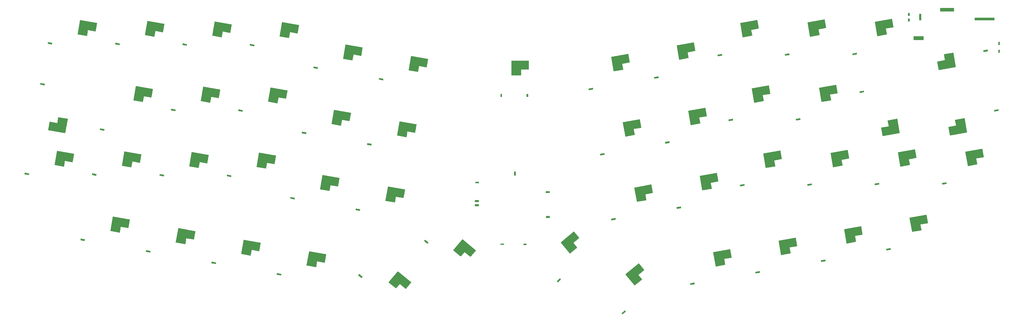
<source format=gbr>
G04 #@! TF.GenerationSoftware,KiCad,Pcbnew,(6.0.0-rc1-dev-1469-g932b9a334)*
G04 #@! TF.CreationDate,2019-09-07T17:34:56-07:00
G04 #@! TF.ProjectId,Laptreus-v2,4c617074-7265-4757-932d-76322e6b6963,rev?*
G04 #@! TF.SameCoordinates,Original*
G04 #@! TF.FileFunction,Glue,Top*
G04 #@! TF.FilePolarity,Positive*
%FSLAX46Y46*%
G04 Gerber Fmt 4.6, Leading zero omitted, Abs format (unit mm)*
G04 Created by KiCad (PCBNEW (6.0.0-rc1-dev-1469-g932b9a334)) date Saturday, September 07, 2019 at 05:34:56 PM*
%MOMM*%
%LPD*%
G04 APERTURE LIST*
%ADD10C,0.100000*%
%ADD11C,0.150000*%
G04 APERTURE END LIST*
D10*
G04 #@! TO.C,R13*
G36*
X229224170Y-96495103D02*
G01*
X229624170Y-96495103D01*
X229624170Y-97295103D01*
X229224170Y-97295103D01*
X229224170Y-96495103D01*
G37*
X229224170Y-96495103D02*
X229624170Y-96495103D01*
X229624170Y-97295103D01*
X229224170Y-97295103D01*
X229224170Y-96495103D01*
G04 #@! TO.C,R12*
G36*
X372374170Y-84620103D02*
G01*
X371974170Y-84620103D01*
X371974170Y-83820103D01*
X372374170Y-83820103D01*
X372374170Y-84620103D01*
G37*
X372374170Y-84620103D02*
X371974170Y-84620103D01*
X371974170Y-83820103D01*
X372374170Y-83820103D01*
X372374170Y-84620103D01*
G04 #@! TO.C,R11*
G36*
X371974170Y-81570103D02*
G01*
X372374170Y-81570103D01*
X372374170Y-82370103D01*
X371974170Y-82370103D01*
X371974170Y-81570103D01*
G37*
X371974170Y-81570103D02*
X372374170Y-81570103D01*
X372374170Y-82370103D01*
X371974170Y-82370103D01*
X371974170Y-81570103D01*
G04 #@! TO.C,R10*
G36*
X235849170Y-139920103D02*
G01*
X235849170Y-139520103D01*
X236649170Y-139520103D01*
X236649170Y-139920103D01*
X235849170Y-139920103D01*
G37*
X235849170Y-139920103D02*
X235849170Y-139520103D01*
X236649170Y-139520103D01*
X236649170Y-139920103D01*
X235849170Y-139920103D01*
G04 #@! TO.C,R9*
G36*
X346499170Y-75645103D02*
G01*
X346099170Y-75645103D01*
X346099170Y-74845103D01*
X346499170Y-74845103D01*
X346499170Y-75645103D01*
G37*
X346499170Y-75645103D02*
X346099170Y-75645103D01*
X346099170Y-74845103D01*
X346499170Y-74845103D01*
X346499170Y-75645103D01*
G04 #@! TO.C,R8*
G36*
X346099170Y-73245103D02*
G01*
X346499170Y-73245103D01*
X346499170Y-74045103D01*
X346099170Y-74045103D01*
X346099170Y-73245103D01*
G37*
X346099170Y-73245103D02*
X346499170Y-73245103D01*
X346499170Y-74045103D01*
X346099170Y-74045103D01*
X346099170Y-73245103D01*
G04 #@! TO.C,R1*
G36*
X236699660Y-96494781D02*
G01*
X237099660Y-96494781D01*
X237099660Y-97294781D01*
X236699660Y-97294781D01*
X236699660Y-96494781D01*
G37*
X236699660Y-96494781D02*
X237099660Y-96494781D01*
X237099660Y-97294781D01*
X236699660Y-97294781D01*
X236699660Y-96494781D01*
G04 #@! TO.C,D1*
G36*
X368863719Y-83780997D02*
G01*
X368933178Y-84174920D01*
X367751409Y-84383297D01*
X367681950Y-83989374D01*
X368863719Y-83780997D01*
G37*
X368863719Y-83780997D02*
X368933178Y-84174920D01*
X367751409Y-84383297D01*
X367681950Y-83989374D01*
X368863719Y-83780997D01*
G04 #@! TO.C,D48*
G36*
X110075275Y-138302008D02*
G01*
X110005816Y-138695931D01*
X108824047Y-138487554D01*
X108893506Y-138093631D01*
X110075275Y-138302008D01*
G37*
X110075275Y-138302008D02*
X110005816Y-138695931D01*
X108824047Y-138487554D01*
X108893506Y-138093631D01*
X110075275Y-138302008D01*
G04 #@! TO.C,D47*
G36*
X128825274Y-141627008D02*
G01*
X128755815Y-142020931D01*
X127574046Y-141812554D01*
X127643505Y-141418631D01*
X128825274Y-141627008D01*
G37*
X128825274Y-141627008D02*
X128755815Y-142020931D01*
X127574046Y-141812554D01*
X127643505Y-141418631D01*
X128825274Y-141627008D01*
G04 #@! TO.C,D46*
G36*
X147600275Y-144927008D02*
G01*
X147530816Y-145320931D01*
X146349047Y-145112554D01*
X146418506Y-144718631D01*
X147600275Y-144927008D01*
G37*
X147600275Y-144927008D02*
X147530816Y-145320931D01*
X146349047Y-145112554D01*
X146418506Y-144718631D01*
X147600275Y-144927008D01*
G04 #@! TO.C,D45*
G36*
X166350274Y-148227008D02*
G01*
X166280815Y-148620931D01*
X165099046Y-148412554D01*
X165168505Y-148018631D01*
X166350274Y-148227008D01*
G37*
X166350274Y-148227008D02*
X166280815Y-148620931D01*
X165099046Y-148412554D01*
X165168505Y-148018631D01*
X166350274Y-148227008D01*
G04 #@! TO.C,D44*
G36*
X189637354Y-149052567D02*
G01*
X189380239Y-149358984D01*
X188460986Y-148587639D01*
X188718101Y-148281222D01*
X189637354Y-149052567D01*
G37*
X189637354Y-149052567D02*
X189380239Y-149358984D01*
X188460986Y-148587639D01*
X188718101Y-148281222D01*
X189637354Y-149052567D01*
G04 #@! TO.C,D43*
G36*
X208527143Y-139227680D02*
G01*
X208256907Y-139522591D01*
X207372175Y-138711882D01*
X207642411Y-138416971D01*
X208527143Y-139227680D01*
G37*
X208527143Y-139227680D02*
X208256907Y-139522591D01*
X207372175Y-138711882D01*
X207642411Y-138416971D01*
X208527143Y-139227680D01*
G04 #@! TO.C,D42*
G36*
X246281418Y-149517293D02*
G01*
X246551654Y-149812204D01*
X245666922Y-150622913D01*
X245396686Y-150328002D01*
X246281418Y-149517293D01*
G37*
X246281418Y-149517293D02*
X246551654Y-149812204D01*
X245666922Y-150622913D01*
X245396686Y-150328002D01*
X246281418Y-149517293D01*
G04 #@! TO.C,D41*
G36*
X264880239Y-158731222D02*
G01*
X265137354Y-159037639D01*
X264218101Y-159808984D01*
X263960986Y-159502567D01*
X264880239Y-158731222D01*
G37*
X264880239Y-158731222D02*
X265137354Y-159037639D01*
X264218101Y-159808984D01*
X263960986Y-159502567D01*
X264880239Y-158731222D01*
G04 #@! TO.C,D40*
G36*
X284780816Y-150743631D02*
G01*
X284850275Y-151137554D01*
X283668506Y-151345931D01*
X283599047Y-150952008D01*
X284780816Y-150743631D01*
G37*
X284780816Y-150743631D02*
X284850275Y-151137554D01*
X283668506Y-151345931D01*
X283599047Y-150952008D01*
X284780816Y-150743631D01*
G04 #@! TO.C,D39*
G36*
X303530815Y-147443631D02*
G01*
X303600274Y-147837554D01*
X302418505Y-148045931D01*
X302349046Y-147652008D01*
X303530815Y-147443631D01*
G37*
X303530815Y-147443631D02*
X303600274Y-147837554D01*
X302418505Y-148045931D01*
X302349046Y-147652008D01*
X303530815Y-147443631D01*
G04 #@! TO.C,D38*
G36*
X322312708Y-144139901D02*
G01*
X322382167Y-144533824D01*
X321200398Y-144742201D01*
X321130939Y-144348278D01*
X322312708Y-144139901D01*
G37*
X322312708Y-144139901D02*
X322382167Y-144533824D01*
X321200398Y-144742201D01*
X321130939Y-144348278D01*
X322312708Y-144139901D01*
G04 #@! TO.C,D37*
G36*
X341055815Y-140843631D02*
G01*
X341125274Y-141237554D01*
X339943505Y-141445931D01*
X339874046Y-141052008D01*
X341055815Y-140843631D01*
G37*
X341055815Y-140843631D02*
X341125274Y-141237554D01*
X339943505Y-141445931D01*
X339874046Y-141052008D01*
X341055815Y-140843631D01*
G04 #@! TO.C,D36*
G36*
X94043721Y-119371446D02*
G01*
X93974262Y-119765369D01*
X92792493Y-119556992D01*
X92861952Y-119163069D01*
X94043721Y-119371446D01*
G37*
X94043721Y-119371446D02*
X93974262Y-119765369D01*
X92792493Y-119556992D01*
X92861952Y-119163069D01*
X94043721Y-119371446D01*
G04 #@! TO.C,D35*
G36*
X113375273Y-119552008D02*
G01*
X113305814Y-119945931D01*
X112124045Y-119737554D01*
X112193504Y-119343631D01*
X113375273Y-119552008D01*
G37*
X113375273Y-119552008D02*
X113305814Y-119945931D01*
X112124045Y-119737554D01*
X112193504Y-119343631D01*
X113375273Y-119552008D01*
G04 #@! TO.C,D34*
G36*
X132700274Y-119727008D02*
G01*
X132630815Y-120120931D01*
X131449046Y-119912554D01*
X131518505Y-119518631D01*
X132700274Y-119727008D01*
G37*
X132700274Y-119727008D02*
X132630815Y-120120931D01*
X131449046Y-119912554D01*
X131518505Y-119518631D01*
X132700274Y-119727008D01*
G04 #@! TO.C,D33*
G36*
X152000274Y-119902008D02*
G01*
X151930815Y-120295931D01*
X150749046Y-120087554D01*
X150818505Y-119693631D01*
X152000274Y-119902008D01*
G37*
X152000274Y-119902008D02*
X151930815Y-120295931D01*
X150749046Y-120087554D01*
X150818505Y-119693631D01*
X152000274Y-119902008D01*
G04 #@! TO.C,D32*
G36*
X170200273Y-126352009D02*
G01*
X170130814Y-126745932D01*
X168949045Y-126537555D01*
X169018504Y-126143632D01*
X170200273Y-126352009D01*
G37*
X170200273Y-126352009D02*
X170130814Y-126745932D01*
X168949045Y-126537555D01*
X169018504Y-126143632D01*
X170200273Y-126352009D01*
G04 #@! TO.C,D31*
G36*
X188975275Y-129652008D02*
G01*
X188905816Y-130045931D01*
X187724047Y-129837554D01*
X187793506Y-129443631D01*
X188975275Y-129652008D01*
G37*
X188975275Y-129652008D02*
X188905816Y-130045931D01*
X187724047Y-129837554D01*
X187793506Y-129443631D01*
X188975275Y-129652008D01*
G04 #@! TO.C,D30*
G36*
X262155815Y-132168632D02*
G01*
X262225274Y-132562555D01*
X261043505Y-132770932D01*
X260974046Y-132377009D01*
X262155815Y-132168632D01*
G37*
X262155815Y-132168632D02*
X262225274Y-132562555D01*
X261043505Y-132770932D01*
X260974046Y-132377009D01*
X262155815Y-132168632D01*
G04 #@! TO.C,D29*
G36*
X280905815Y-128868632D02*
G01*
X280975274Y-129262555D01*
X279793505Y-129470932D01*
X279724046Y-129077009D01*
X280905815Y-128868632D01*
G37*
X280905815Y-128868632D02*
X280975274Y-129262555D01*
X279793505Y-129470932D01*
X279724046Y-129077009D01*
X280905815Y-128868632D01*
G04 #@! TO.C,D28*
G36*
X299130815Y-122418631D02*
G01*
X299200274Y-122812554D01*
X298018505Y-123020931D01*
X297949046Y-122627008D01*
X299130815Y-122418631D01*
G37*
X299130815Y-122418631D02*
X299200274Y-122812554D01*
X298018505Y-123020931D01*
X297949046Y-122627008D01*
X299130815Y-122418631D01*
G04 #@! TO.C,D27*
G36*
X318430815Y-122243631D02*
G01*
X318500274Y-122637554D01*
X317318505Y-122845931D01*
X317249046Y-122452008D01*
X318430815Y-122243631D01*
G37*
X318430815Y-122243631D02*
X318500274Y-122637554D01*
X317318505Y-122845931D01*
X317249046Y-122452008D01*
X318430815Y-122243631D01*
G04 #@! TO.C,D26*
G36*
X337755815Y-122068632D02*
G01*
X337825274Y-122462555D01*
X336643505Y-122670932D01*
X336574046Y-122277009D01*
X337755815Y-122068632D01*
G37*
X337755815Y-122068632D02*
X337825274Y-122462555D01*
X336643505Y-122670932D01*
X336574046Y-122277009D01*
X337755815Y-122068632D01*
G04 #@! TO.C,D25*
G36*
X357055815Y-121893631D02*
G01*
X357125274Y-122287554D01*
X355943505Y-122495931D01*
X355874046Y-122102008D01*
X357055815Y-121893631D01*
G37*
X357055815Y-121893631D02*
X357125274Y-122287554D01*
X355943505Y-122495931D01*
X355874046Y-122102008D01*
X357055815Y-121893631D01*
G04 #@! TO.C,D24*
G36*
X98555307Y-93576406D02*
G01*
X98485848Y-93970329D01*
X97304079Y-93761952D01*
X97373538Y-93368029D01*
X98555307Y-93576406D01*
G37*
X98555307Y-93576406D02*
X98485848Y-93970329D01*
X97304079Y-93761952D01*
X97373538Y-93368029D01*
X98555307Y-93576406D01*
G04 #@! TO.C,D23*
G36*
X115601119Y-106609379D02*
G01*
X115531660Y-107003302D01*
X114349891Y-106794925D01*
X114419350Y-106401002D01*
X115601119Y-106609379D01*
G37*
X115601119Y-106609379D02*
X115531660Y-107003302D01*
X114349891Y-106794925D01*
X114419350Y-106401002D01*
X115601119Y-106609379D01*
G04 #@! TO.C,D22*
G36*
X136000274Y-100977008D02*
G01*
X135930815Y-101370931D01*
X134749046Y-101162554D01*
X134818505Y-100768631D01*
X136000274Y-100977008D01*
G37*
X136000274Y-100977008D02*
X135930815Y-101370931D01*
X134749046Y-101162554D01*
X134818505Y-100768631D01*
X136000274Y-100977008D01*
G04 #@! TO.C,D21*
G36*
X155300274Y-101152009D02*
G01*
X155230815Y-101545932D01*
X154049046Y-101337555D01*
X154118505Y-100943632D01*
X155300274Y-101152009D01*
G37*
X155300274Y-101152009D02*
X155230815Y-101545932D01*
X154049046Y-101337555D01*
X154118505Y-100943632D01*
X155300274Y-101152009D01*
G04 #@! TO.C,D20*
G36*
X173525274Y-107577008D02*
G01*
X173455815Y-107970931D01*
X172274046Y-107762554D01*
X172343505Y-107368631D01*
X173525274Y-107577008D01*
G37*
X173525274Y-107577008D02*
X173455815Y-107970931D01*
X172274046Y-107762554D01*
X172343505Y-107368631D01*
X173525274Y-107577008D01*
G04 #@! TO.C,D19*
G36*
X192275275Y-110877008D02*
G01*
X192205816Y-111270931D01*
X191024047Y-111062554D01*
X191093506Y-110668631D01*
X192275275Y-110877008D01*
G37*
X192275275Y-110877008D02*
X192205816Y-111270931D01*
X191024047Y-111062554D01*
X191093506Y-110668631D01*
X192275275Y-110877008D01*
G04 #@! TO.C,D18*
G36*
X258980325Y-113518953D02*
G01*
X259049784Y-113912876D01*
X257868015Y-114121253D01*
X257798556Y-113727330D01*
X258980325Y-113518953D01*
G37*
X258980325Y-113518953D02*
X259049784Y-113912876D01*
X257868015Y-114121253D01*
X257798556Y-113727330D01*
X258980325Y-113518953D01*
G04 #@! TO.C,D17*
G36*
X277605815Y-110118632D02*
G01*
X277675274Y-110512555D01*
X276493505Y-110720932D01*
X276424046Y-110327009D01*
X277605815Y-110118632D01*
G37*
X277605815Y-110118632D02*
X277675274Y-110512555D01*
X276493505Y-110720932D01*
X276424046Y-110327009D01*
X277605815Y-110118632D01*
G04 #@! TO.C,D16*
G36*
X295830815Y-103668632D02*
G01*
X295900274Y-104062555D01*
X294718505Y-104270932D01*
X294649046Y-103877009D01*
X295830815Y-103668632D01*
G37*
X295830815Y-103668632D02*
X295900274Y-104062555D01*
X294718505Y-104270932D01*
X294649046Y-103877009D01*
X295830815Y-103668632D01*
G04 #@! TO.C,D15*
G36*
X315130816Y-103489900D02*
G01*
X315200275Y-103883823D01*
X314018506Y-104092200D01*
X313949047Y-103698277D01*
X315130816Y-103489900D01*
G37*
X315130816Y-103489900D02*
X315200275Y-103883823D01*
X314018506Y-104092200D01*
X313949047Y-103698277D01*
X315130816Y-103489900D01*
G04 #@! TO.C,D14*
G36*
X333372214Y-95573182D02*
G01*
X333441673Y-95967105D01*
X332259904Y-96175482D01*
X332190445Y-95781559D01*
X333372214Y-95573182D01*
G37*
X333372214Y-95573182D02*
X333441673Y-95967105D01*
X332259904Y-96175482D01*
X332190445Y-95781559D01*
X333372214Y-95573182D01*
G04 #@! TO.C,D13*
G36*
X371973922Y-100897362D02*
G01*
X372043381Y-101291285D01*
X370861612Y-101499662D01*
X370792153Y-101105739D01*
X371973922Y-100897362D01*
G37*
X371973922Y-100897362D02*
X372043381Y-101291285D01*
X370861612Y-101499662D01*
X370792153Y-101105739D01*
X371973922Y-100897362D01*
G04 #@! TO.C,D12*
G36*
X100674784Y-81827330D02*
G01*
X100605325Y-82221253D01*
X99423556Y-82012876D01*
X99493015Y-81618953D01*
X100674784Y-81827330D01*
G37*
X100674784Y-81827330D02*
X100605325Y-82221253D01*
X99423556Y-82012876D01*
X99493015Y-81618953D01*
X100674784Y-81827330D01*
G04 #@! TO.C,D11*
G36*
X120000274Y-82027009D02*
G01*
X119930815Y-82420932D01*
X118749046Y-82212555D01*
X118818505Y-81818632D01*
X120000274Y-82027009D01*
G37*
X120000274Y-82027009D02*
X119930815Y-82420932D01*
X118749046Y-82212555D01*
X118818505Y-81818632D01*
X120000274Y-82027009D01*
G04 #@! TO.C,D10*
G36*
X139300274Y-82202008D02*
G01*
X139230815Y-82595931D01*
X138049046Y-82387554D01*
X138118505Y-81993631D01*
X139300274Y-82202008D01*
G37*
X139300274Y-82202008D02*
X139230815Y-82595931D01*
X138049046Y-82387554D01*
X138118505Y-81993631D01*
X139300274Y-82202008D01*
G04 #@! TO.C,D9*
G36*
X158625275Y-82377008D02*
G01*
X158555816Y-82770931D01*
X157374047Y-82562554D01*
X157443506Y-82168631D01*
X158625275Y-82377008D01*
G37*
X158625275Y-82377008D02*
X158555816Y-82770931D01*
X157374047Y-82562554D01*
X157443506Y-82168631D01*
X158625275Y-82377008D01*
G04 #@! TO.C,D8*
G36*
X176825275Y-88827008D02*
G01*
X176755816Y-89220931D01*
X175574047Y-89012554D01*
X175643506Y-88618631D01*
X176825275Y-88827008D01*
G37*
X176825275Y-88827008D02*
X176755816Y-89220931D01*
X175574047Y-89012554D01*
X175643506Y-88618631D01*
X176825275Y-88827008D01*
G04 #@! TO.C,D7*
G36*
X195600274Y-92127008D02*
G01*
X195530815Y-92520931D01*
X194349046Y-92312554D01*
X194418505Y-91918631D01*
X195600274Y-92127008D01*
G37*
X195600274Y-92127008D02*
X195530815Y-92520931D01*
X194349046Y-92312554D01*
X194418505Y-91918631D01*
X195600274Y-92127008D01*
G04 #@! TO.C,D6*
G36*
X255655325Y-94768953D02*
G01*
X255724784Y-95162876D01*
X254543015Y-95371253D01*
X254473556Y-94977330D01*
X255655325Y-94768953D01*
G37*
X255655325Y-94768953D02*
X255724784Y-95162876D01*
X254543015Y-95371253D01*
X254473556Y-94977330D01*
X255655325Y-94768953D01*
G04 #@! TO.C,D5*
G36*
X274455325Y-91468953D02*
G01*
X274524784Y-91862876D01*
X273343015Y-92071253D01*
X273273556Y-91677330D01*
X274455325Y-91468953D01*
G37*
X274455325Y-91468953D02*
X274524784Y-91862876D01*
X273343015Y-92071253D01*
X273273556Y-91677330D01*
X274455325Y-91468953D01*
G04 #@! TO.C,D4*
G36*
X292655325Y-85043953D02*
G01*
X292724784Y-85437876D01*
X291543015Y-85646253D01*
X291473556Y-85252330D01*
X292655325Y-85043953D01*
G37*
X292655325Y-85043953D02*
X292724784Y-85437876D01*
X291543015Y-85646253D01*
X291473556Y-85252330D01*
X292655325Y-85043953D01*
G04 #@! TO.C,D3*
G36*
X311980325Y-84868953D02*
G01*
X312049784Y-85262876D01*
X310868015Y-85471253D01*
X310798556Y-85077330D01*
X311980325Y-84868953D01*
G37*
X311980325Y-84868953D02*
X312049784Y-85262876D01*
X310868015Y-85471253D01*
X310798556Y-85077330D01*
X311980325Y-84868953D01*
G04 #@! TO.C,D2*
G36*
X331330325Y-84693953D02*
G01*
X331399784Y-85087876D01*
X330218015Y-85296253D01*
X330148556Y-84902330D01*
X331330325Y-84693953D01*
G37*
X331330325Y-84693953D02*
X331399784Y-85087876D01*
X330218015Y-85296253D01*
X330148556Y-84902330D01*
X331330325Y-84693953D01*
G04 #@! TO.C,U6*
G36*
X349799170Y-73495103D02*
G01*
X349799170Y-75295103D01*
X349299170Y-75295103D01*
X349299170Y-73495103D01*
X349799170Y-73495103D01*
G37*
X349799170Y-73495103D02*
X349799170Y-75295103D01*
X349299170Y-75295103D01*
X349299170Y-73495103D01*
X349799170Y-73495103D01*
G04 #@! TO.C,SW2*
G36*
X336607186Y-75789820D02*
G01*
X341432744Y-74938944D01*
X341849500Y-77302483D01*
X339682923Y-77684509D01*
X339978124Y-79358682D01*
X337319143Y-79827532D01*
X336607186Y-75789820D01*
G37*
X336607186Y-75789820D02*
X341432744Y-74938944D01*
X341849500Y-77302483D01*
X339682923Y-77684509D01*
X339978124Y-79358682D01*
X337319143Y-79827532D01*
X336607186Y-75789820D01*
G04 #@! TO.C,SW8*
G36*
X184846828Y-82301367D02*
G01*
X189672386Y-83152243D01*
X189255631Y-85515781D01*
X187089053Y-85133755D01*
X186793852Y-86807928D01*
X184134871Y-86339078D01*
X184846828Y-82301367D01*
G37*
X184846828Y-82301367D02*
X189672386Y-83152243D01*
X189255631Y-85515781D01*
X187089053Y-85133755D01*
X186793852Y-86807928D01*
X184134871Y-86339078D01*
X184846828Y-82301367D01*
G04 #@! TO.C,SW3*
G36*
X317295265Y-75971055D02*
G01*
X322120823Y-75120179D01*
X322537579Y-77483718D01*
X320371002Y-77865744D01*
X320666203Y-79539917D01*
X318007222Y-80008767D01*
X317295265Y-75971055D01*
G37*
X317295265Y-75971055D02*
X322120823Y-75120179D01*
X322537579Y-77483718D01*
X320371002Y-77865744D01*
X320666203Y-79539917D01*
X318007222Y-80008767D01*
X317295265Y-75971055D01*
G04 #@! TO.C,SW20*
G36*
X181538832Y-101061953D02*
G01*
X186364390Y-101912829D01*
X185947635Y-104276367D01*
X183781057Y-103894341D01*
X183485856Y-105568514D01*
X180826875Y-105099664D01*
X181538832Y-101061953D01*
G37*
X181538832Y-101061953D02*
X186364390Y-101912829D01*
X185947635Y-104276367D01*
X183781057Y-103894341D01*
X183485856Y-105568514D01*
X180826875Y-105099664D01*
X181538832Y-101061953D01*
G04 #@! TO.C,SW31*
G36*
X196991421Y-123130540D02*
G01*
X201816979Y-123981416D01*
X201400224Y-126344954D01*
X199233646Y-125962928D01*
X198938445Y-127637101D01*
X196279464Y-127168251D01*
X196991421Y-123130540D01*
G37*
X196991421Y-123130540D02*
X201816979Y-123981416D01*
X201400224Y-126344954D01*
X199233646Y-125962928D01*
X198938445Y-127637101D01*
X196279464Y-127168251D01*
X196991421Y-123130540D01*
G04 #@! TO.C,SW32*
G36*
X178230835Y-119822544D02*
G01*
X183056393Y-120673420D01*
X182639638Y-123036958D01*
X180473060Y-122654932D01*
X180177859Y-124329105D01*
X177518878Y-123860255D01*
X178230835Y-119822544D01*
G37*
X178230835Y-119822544D02*
X183056393Y-120673420D01*
X182639638Y-123036958D01*
X180473060Y-122654932D01*
X180177859Y-124329105D01*
X177518878Y-123860255D01*
X178230835Y-119822544D01*
G04 #@! TO.C,SW34*
G36*
X140709658Y-113206548D02*
G01*
X145535216Y-114057424D01*
X145118461Y-116420962D01*
X142951883Y-116038936D01*
X142656682Y-117713109D01*
X139997701Y-117244259D01*
X140709658Y-113206548D01*
G37*
X140709658Y-113206548D02*
X145535216Y-114057424D01*
X145118461Y-116420962D01*
X142951883Y-116038936D01*
X142656682Y-117713109D01*
X139997701Y-117244259D01*
X140709658Y-113206548D01*
G04 #@! TO.C,SW42*
G36*
X246496444Y-139199506D02*
G01*
X250250062Y-136049847D01*
X251792752Y-137888353D01*
X250107454Y-139302486D01*
X251200193Y-140604762D01*
X249131873Y-142340288D01*
X246496444Y-139199506D01*
G37*
X246496444Y-139199506D02*
X250250062Y-136049847D01*
X251792752Y-137888353D01*
X250107454Y-139302486D01*
X251200193Y-140604762D01*
X249131873Y-142340288D01*
X246496444Y-139199506D01*
G04 #@! TO.C,SW47*
G36*
X136850327Y-135093900D02*
G01*
X141675885Y-135944776D01*
X141259130Y-138308314D01*
X139092552Y-137926288D01*
X138797351Y-139600461D01*
X136138370Y-139131611D01*
X136850327Y-135093900D01*
G37*
X136850327Y-135093900D02*
X141675885Y-135944776D01*
X141259130Y-138308314D01*
X139092552Y-137926288D01*
X138797351Y-139600461D01*
X136138370Y-139131611D01*
X136850327Y-135093900D01*
G04 #@! TO.C,SW6*
G36*
X261013501Y-85895047D02*
G01*
X265839059Y-85044171D01*
X266255815Y-87407710D01*
X264089238Y-87789736D01*
X264384439Y-89463909D01*
X261725458Y-89932759D01*
X261013501Y-85895047D01*
G37*
X261013501Y-85895047D02*
X265839059Y-85044171D01*
X266255815Y-87407710D01*
X264089238Y-87789736D01*
X264384439Y-89463909D01*
X261725458Y-89932759D01*
X261013501Y-85895047D01*
G04 #@! TO.C,SW9*
G36*
X166637573Y-75866605D02*
G01*
X171463131Y-76717481D01*
X171046376Y-79081019D01*
X168879798Y-78698993D01*
X168584597Y-80373166D01*
X165925616Y-79904316D01*
X166637573Y-75866605D01*
G37*
X166637573Y-75866605D02*
X171463131Y-76717481D01*
X171046376Y-79081019D01*
X168879798Y-78698993D01*
X168584597Y-80373166D01*
X165925616Y-79904316D01*
X166637573Y-75866605D01*
G04 #@! TO.C,SW7*
G36*
X203607417Y-85609365D02*
G01*
X208432975Y-86460241D01*
X208016220Y-88823779D01*
X205849642Y-88441753D01*
X205554441Y-90115926D01*
X202895460Y-89647076D01*
X203607417Y-85609365D01*
G37*
X203607417Y-85609365D02*
X208432975Y-86460241D01*
X208016220Y-88823779D01*
X205849642Y-88441753D01*
X205554441Y-90115926D01*
X202895460Y-89647076D01*
X203607417Y-85609365D01*
G04 #@! TO.C,SW19*
G36*
X200299419Y-104369953D02*
G01*
X205124977Y-105220829D01*
X204708222Y-107584367D01*
X202541644Y-107202341D01*
X202246443Y-108876514D01*
X199587462Y-108407664D01*
X200299419Y-104369953D01*
G37*
X200299419Y-104369953D02*
X205124977Y-105220829D01*
X204708222Y-107584367D01*
X202541644Y-107202341D01*
X202246443Y-108876514D01*
X199587462Y-108407664D01*
X200299419Y-104369953D01*
G04 #@! TO.C,SW12*
G36*
X108691087Y-75276808D02*
G01*
X113516645Y-76127684D01*
X113099890Y-78491222D01*
X110933312Y-78109196D01*
X110638111Y-79783369D01*
X107979130Y-79314519D01*
X108691087Y-75276808D01*
G37*
X108691087Y-75276808D02*
X113516645Y-76127684D01*
X113099890Y-78491222D01*
X110933312Y-78109196D01*
X110638111Y-79783369D01*
X107979130Y-79314519D01*
X108691087Y-75276808D01*
G04 #@! TO.C,SW5*
G36*
X279774090Y-82587048D02*
G01*
X284599648Y-81736172D01*
X285016404Y-84099711D01*
X282849827Y-84481737D01*
X283145028Y-86155910D01*
X280486047Y-86624760D01*
X279774090Y-82587048D01*
G37*
X279774090Y-82587048D02*
X284599648Y-81736172D01*
X285016404Y-84099711D01*
X282849827Y-84481737D01*
X283145028Y-86155910D01*
X280486047Y-86624760D01*
X279774090Y-82587048D01*
G04 #@! TO.C,SW10*
G36*
X147325654Y-75685371D02*
G01*
X152151212Y-76536247D01*
X151734457Y-78899785D01*
X149567879Y-78517759D01*
X149272678Y-80191932D01*
X146613697Y-79723082D01*
X147325654Y-75685371D01*
G37*
X147325654Y-75685371D02*
X152151212Y-76536247D01*
X151734457Y-78899785D01*
X149567879Y-78517759D01*
X149272678Y-80191932D01*
X146613697Y-79723082D01*
X147325654Y-75685371D01*
G04 #@! TO.C,SW13*
G36*
X362967450Y-107519453D02*
G01*
X358141892Y-108370329D01*
X357725136Y-106006790D01*
X359891713Y-105624764D01*
X359596512Y-103950591D01*
X362255493Y-103481741D01*
X362967450Y-107519453D01*
G37*
X362967450Y-107519453D02*
X358141892Y-108370329D01*
X357725136Y-106006790D01*
X359891713Y-105624764D01*
X359596512Y-103950591D01*
X362255493Y-103481741D01*
X362967450Y-107519453D01*
G04 #@! TO.C,SW16*
G36*
X301291342Y-94912874D02*
G01*
X306116900Y-94061998D01*
X306533656Y-96425537D01*
X304367079Y-96807563D01*
X304662280Y-98481736D01*
X302003299Y-98950586D01*
X301291342Y-94912874D01*
G37*
X301291342Y-94912874D02*
X306116900Y-94061998D01*
X306533656Y-96425537D01*
X304367079Y-96807563D01*
X304662280Y-98481736D01*
X302003299Y-98950586D01*
X301291342Y-94912874D01*
G04 #@! TO.C,SW17*
G36*
X283082086Y-101347636D02*
G01*
X287907644Y-100496760D01*
X288324400Y-102860299D01*
X286157823Y-103242325D01*
X286453024Y-104916498D01*
X283794043Y-105385348D01*
X283082086Y-101347636D01*
G37*
X283082086Y-101347636D02*
X287907644Y-100496760D01*
X288324400Y-102860299D01*
X286157823Y-103242325D01*
X286453024Y-104916498D01*
X283794043Y-105385348D01*
X283082086Y-101347636D01*
G04 #@! TO.C,SW21*
G36*
X163329576Y-94627192D02*
G01*
X168155134Y-95478068D01*
X167738379Y-97841606D01*
X165571801Y-97459580D01*
X165276600Y-99133753D01*
X162617619Y-98664903D01*
X163329576Y-94627192D01*
G37*
X163329576Y-94627192D02*
X168155134Y-95478068D01*
X167738379Y-97841606D01*
X165571801Y-97459580D01*
X165276600Y-99133753D01*
X162617619Y-98664903D01*
X163329576Y-94627192D01*
G04 #@! TO.C,SW18*
G36*
X264321499Y-104655636D02*
G01*
X269147057Y-103804760D01*
X269563813Y-106168299D01*
X267397236Y-106550325D01*
X267692437Y-108224498D01*
X265033456Y-108693348D01*
X264321499Y-104655636D01*
G37*
X264321499Y-104655636D02*
X269147057Y-103804760D01*
X269563813Y-106168299D01*
X267397236Y-106550325D01*
X267692437Y-108224498D01*
X265033456Y-108693348D01*
X264321499Y-104655636D01*
G04 #@! TO.C,SW22*
G36*
X144017658Y-94445957D02*
G01*
X148843216Y-95296833D01*
X148426461Y-97660371D01*
X146259883Y-97278345D01*
X145964682Y-98952518D01*
X143305701Y-98483668D01*
X144017658Y-94445957D01*
G37*
X144017658Y-94445957D02*
X148843216Y-95296833D01*
X148426461Y-97660371D01*
X146259883Y-97278345D01*
X145964682Y-98952518D01*
X143305701Y-98483668D01*
X144017658Y-94445957D01*
G04 #@! TO.C,SW29*
G36*
X286390086Y-120108224D02*
G01*
X291215644Y-119257348D01*
X291632400Y-121620887D01*
X289465823Y-122002913D01*
X289761024Y-123677086D01*
X287102043Y-124145936D01*
X286390086Y-120108224D01*
G37*
X286390086Y-120108224D02*
X291215644Y-119257348D01*
X291632400Y-121620887D01*
X289465823Y-122002913D01*
X289761024Y-123677086D01*
X287102043Y-124145936D01*
X286390086Y-120108224D01*
G04 #@! TO.C,SW33*
G36*
X160021577Y-113387781D02*
G01*
X164847135Y-114238657D01*
X164430380Y-116602195D01*
X162263802Y-116220169D01*
X161968601Y-117894342D01*
X159309620Y-117425492D01*
X160021577Y-113387781D01*
G37*
X160021577Y-113387781D02*
X164847135Y-114238657D01*
X164430380Y-116602195D01*
X162263802Y-116220169D01*
X161968601Y-117894342D01*
X159309620Y-117425492D01*
X160021577Y-113387781D01*
G04 #@! TO.C,SW37*
G36*
X346531178Y-132071584D02*
G01*
X351356736Y-131220708D01*
X351773492Y-133584247D01*
X349606915Y-133966273D01*
X349902116Y-135640446D01*
X347243135Y-136109296D01*
X346531178Y-132071584D01*
G37*
X346531178Y-132071584D02*
X351356736Y-131220708D01*
X351773492Y-133584247D01*
X349606915Y-133966273D01*
X349902116Y-135640446D01*
X347243135Y-136109296D01*
X346531178Y-132071584D01*
G04 #@! TO.C,SW39*
G36*
X309010005Y-138687578D02*
G01*
X313835563Y-137836702D01*
X314252319Y-140200241D01*
X312085742Y-140582267D01*
X312380943Y-142256440D01*
X309721962Y-142725290D01*
X309010005Y-138687578D01*
G37*
X309010005Y-138687578D02*
X313835563Y-137836702D01*
X314252319Y-140200241D01*
X312085742Y-140582267D01*
X312380943Y-142256440D01*
X309721962Y-142725290D01*
X309010005Y-138687578D01*
G04 #@! TO.C,SW46*
G36*
X155610916Y-138401897D02*
G01*
X160436474Y-139252773D01*
X160019719Y-141616311D01*
X157853141Y-141234285D01*
X157557940Y-142908458D01*
X154898959Y-142439608D01*
X155610916Y-138401897D01*
G37*
X155610916Y-138401897D02*
X160436474Y-139252773D01*
X160019719Y-141616311D01*
X157853141Y-141234285D01*
X157557940Y-142908458D01*
X154898959Y-142439608D01*
X155610916Y-138401897D01*
G04 #@! TO.C,SW41*
G36*
X265092680Y-148374712D02*
G01*
X268846298Y-145225053D01*
X270388988Y-147063559D01*
X268703690Y-148477692D01*
X269796429Y-149779968D01*
X267728109Y-151515494D01*
X265092680Y-148374712D01*
G37*
X265092680Y-148374712D02*
X268846298Y-145225053D01*
X270388988Y-147063559D01*
X268703690Y-148477692D01*
X269796429Y-149779968D01*
X267728109Y-151515494D01*
X265092680Y-148374712D01*
G04 #@! TO.C,SW26*
G36*
X343223181Y-113310996D02*
G01*
X348048739Y-112460120D01*
X348465495Y-114823659D01*
X346298918Y-115205685D01*
X346594119Y-116879858D01*
X343935138Y-117348708D01*
X343223181Y-113310996D01*
G37*
X343223181Y-113310996D02*
X348048739Y-112460120D01*
X348465495Y-114823659D01*
X346298918Y-115205685D01*
X346594119Y-116879858D01*
X343935138Y-117348708D01*
X343223181Y-113310996D01*
G04 #@! TO.C,SW27*
G36*
X323911261Y-113492228D02*
G01*
X328736819Y-112641352D01*
X329153575Y-115004891D01*
X326986998Y-115386917D01*
X327282199Y-117061090D01*
X324623218Y-117529940D01*
X323911261Y-113492228D01*
G37*
X323911261Y-113492228D02*
X328736819Y-112641352D01*
X329153575Y-115004891D01*
X326986998Y-115386917D01*
X327282199Y-117061090D01*
X324623218Y-117529940D01*
X323911261Y-113492228D01*
G04 #@! TO.C,SW28*
G36*
X304599341Y-113673461D02*
G01*
X309424899Y-112822585D01*
X309841655Y-115186124D01*
X307675078Y-115568150D01*
X307970279Y-117242323D01*
X305311298Y-117711173D01*
X304599341Y-113673461D01*
G37*
X304599341Y-113673461D02*
X309424899Y-112822585D01*
X309841655Y-115186124D01*
X307675078Y-115568150D01*
X307970279Y-117242323D01*
X305311298Y-117711173D01*
X304599341Y-113673461D01*
G04 #@! TO.C,SW30*
G36*
X267629496Y-123416221D02*
G01*
X272455054Y-122565345D01*
X272871810Y-124928884D01*
X270705233Y-125310910D01*
X271000434Y-126985083D01*
X268341453Y-127453933D01*
X267629496Y-123416221D01*
G37*
X267629496Y-123416221D02*
X272455054Y-122565345D01*
X272871810Y-124928884D01*
X270705233Y-125310910D01*
X271000434Y-126985083D01*
X268341453Y-127453933D01*
X267629496Y-123416221D01*
G04 #@! TO.C,SW38*
G36*
X327770592Y-135379581D02*
G01*
X332596150Y-134528705D01*
X333012906Y-136892244D01*
X330846329Y-137274270D01*
X331141530Y-138948443D01*
X328482549Y-139417293D01*
X327770592Y-135379581D01*
G37*
X327770592Y-135379581D02*
X332596150Y-134528705D01*
X333012906Y-136892244D01*
X330846329Y-137274270D01*
X331141530Y-138948443D01*
X328482549Y-139417293D01*
X327770592Y-135379581D01*
G04 #@! TO.C,SW45*
G36*
X174371501Y-141709896D02*
G01*
X179197059Y-142560772D01*
X178780304Y-144924310D01*
X176613726Y-144542284D01*
X176318525Y-146216457D01*
X173659544Y-145747607D01*
X174371501Y-141709896D01*
G37*
X174371501Y-141709896D02*
X179197059Y-142560772D01*
X178780304Y-144924310D01*
X176613726Y-144542284D01*
X176318525Y-146216457D01*
X173659544Y-145747607D01*
X174371501Y-141709896D01*
G04 #@! TO.C,SW43*
G36*
X218378485Y-138298944D02*
G01*
X222132102Y-141448604D01*
X220589412Y-143287110D01*
X218904114Y-141872978D01*
X217811375Y-143175253D01*
X215743055Y-141439727D01*
X218378485Y-138298944D01*
G37*
X218378485Y-138298944D02*
X222132102Y-141448604D01*
X220589412Y-143287110D01*
X218904114Y-141872978D01*
X217811375Y-143175253D01*
X215743055Y-141439727D01*
X218378485Y-138298944D01*
G04 #@! TO.C,SW35*
G36*
X121397739Y-113025315D02*
G01*
X126223297Y-113876191D01*
X125806542Y-116239729D01*
X123639964Y-115857703D01*
X123344763Y-117531876D01*
X120685782Y-117063026D01*
X121397739Y-113025315D01*
G37*
X121397739Y-113025315D02*
X126223297Y-113876191D01*
X125806542Y-116239729D01*
X123639964Y-115857703D01*
X123344763Y-117531876D01*
X120685782Y-117063026D01*
X121397739Y-113025315D01*
G04 #@! TO.C,SW48*
G36*
X118089739Y-131785901D02*
G01*
X122915297Y-132636777D01*
X122498542Y-135000315D01*
X120331964Y-134618289D01*
X120036763Y-136292462D01*
X117377782Y-135823612D01*
X118089739Y-131785901D01*
G37*
X118089739Y-131785901D02*
X122915297Y-132636777D01*
X122498542Y-135000315D01*
X120331964Y-134618289D01*
X120036763Y-136292462D01*
X117377782Y-135823612D01*
X118089739Y-131785901D01*
G04 #@! TO.C,SW11*
G36*
X128013733Y-75504140D02*
G01*
X132839291Y-76355016D01*
X132422536Y-78718554D01*
X130255958Y-78336528D01*
X129960757Y-80010701D01*
X127301776Y-79541851D01*
X128013733Y-75504140D01*
G37*
X128013733Y-75504140D02*
X132839291Y-76355016D01*
X132422536Y-78718554D01*
X130255958Y-78336528D01*
X129960757Y-80010701D01*
X127301776Y-79541851D01*
X128013733Y-75504140D01*
G04 #@! TO.C,SW4*
G36*
X297983343Y-76152286D02*
G01*
X302808901Y-75301410D01*
X303225657Y-77664949D01*
X301059080Y-78046975D01*
X301354281Y-79721148D01*
X298695300Y-80189998D01*
X297983343Y-76152286D01*
G37*
X297983343Y-76152286D02*
X302808901Y-75301410D01*
X303225657Y-77664949D01*
X301059080Y-78046975D01*
X301354281Y-79721148D01*
X298695300Y-80189998D01*
X297983343Y-76152286D01*
G04 #@! TO.C,SW15*
G36*
X320603263Y-94731639D02*
G01*
X325428821Y-93880763D01*
X325845577Y-96244302D01*
X323679000Y-96626328D01*
X323974201Y-98300501D01*
X321315220Y-98769351D01*
X320603263Y-94731639D01*
G37*
X320603263Y-94731639D02*
X325428821Y-93880763D01*
X325845577Y-96244302D01*
X323679000Y-96626328D01*
X323974201Y-98300501D01*
X321315220Y-98769351D01*
X320603263Y-94731639D01*
G04 #@! TO.C,SW40*
G36*
X290249417Y-141995576D02*
G01*
X295074975Y-141144700D01*
X295491731Y-143508239D01*
X293325154Y-143890265D01*
X293620355Y-145564438D01*
X290961374Y-146033288D01*
X290249417Y-141995576D01*
G37*
X290249417Y-141995576D02*
X295074975Y-141144700D01*
X295491731Y-143508239D01*
X293325154Y-143890265D01*
X293620355Y-145564438D01*
X290961374Y-146033288D01*
X290249417Y-141995576D01*
G04 #@! TO.C,SW44*
G36*
X199834585Y-147472791D02*
G01*
X203588202Y-150622451D01*
X202045512Y-152460957D01*
X200360214Y-151046825D01*
X199267475Y-152349100D01*
X197199155Y-150613574D01*
X199834585Y-147472791D01*
G37*
X199834585Y-147472791D02*
X203588202Y-150622451D01*
X202045512Y-152460957D01*
X200360214Y-151046825D01*
X199267475Y-152349100D01*
X197199155Y-150613574D01*
X199834585Y-147472791D01*
G04 #@! TO.C,SW1*
G36*
X359759450Y-88708866D02*
G01*
X354933892Y-89559742D01*
X354517136Y-87196203D01*
X356683713Y-86814177D01*
X356388512Y-85140004D01*
X359047493Y-84671154D01*
X359759450Y-88708866D01*
G37*
X359759450Y-88708866D02*
X354933892Y-89559742D01*
X354517136Y-87196203D01*
X356683713Y-86814177D01*
X356388512Y-85140004D01*
X359047493Y-84671154D01*
X359759450Y-88708866D01*
G04 #@! TO.C,SW_RESET2*
G36*
X232399645Y-86995051D02*
G01*
X237299645Y-86995051D01*
X237299645Y-89395051D01*
X235099645Y-89395051D01*
X235099645Y-91095051D01*
X232399645Y-91095051D01*
X232399645Y-86995051D01*
G37*
X232399645Y-86995051D02*
X237299645Y-86995051D01*
X237299645Y-89395051D01*
X235099645Y-89395051D01*
X235099645Y-91095051D01*
X232399645Y-91095051D01*
X232399645Y-86995051D01*
G04 #@! TO.C,SW25*
G36*
X362535105Y-113129763D02*
G01*
X367360663Y-112278887D01*
X367777419Y-114642426D01*
X365610842Y-115024452D01*
X365906043Y-116698625D01*
X363247062Y-117167475D01*
X362535105Y-113129763D01*
G37*
X362535105Y-113129763D02*
X367360663Y-112278887D01*
X367777419Y-114642426D01*
X365610842Y-115024452D01*
X365906043Y-116698625D01*
X363247062Y-117167475D01*
X362535105Y-113129763D01*
G04 #@! TO.C,SW14*
G36*
X343655528Y-107700685D02*
G01*
X338829970Y-108551561D01*
X338413214Y-106188022D01*
X340579791Y-105805996D01*
X340284590Y-104131823D01*
X342943571Y-103662973D01*
X343655528Y-107700685D01*
G37*
X343655528Y-107700685D02*
X338829970Y-108551561D01*
X338413214Y-106188022D01*
X340579791Y-105805996D01*
X340284590Y-104131823D01*
X342943571Y-103662973D01*
X343655528Y-107700685D01*
G04 #@! TO.C,SW23*
G36*
X124705736Y-94264727D02*
G01*
X129531294Y-95115603D01*
X129114539Y-97479141D01*
X126947961Y-97097115D01*
X126652760Y-98771288D01*
X123993779Y-98302438D01*
X124705736Y-94264727D01*
G37*
X124705736Y-94264727D02*
X129531294Y-95115603D01*
X129114539Y-97479141D01*
X126947961Y-97097115D01*
X126652760Y-98771288D01*
X123993779Y-98302438D01*
X124705736Y-94264727D01*
G04 #@! TO.C,SW24*
G36*
X104410929Y-107719985D02*
G01*
X99585371Y-106869109D01*
X100002126Y-104505571D01*
X102168704Y-104887597D01*
X102463905Y-103213424D01*
X105122886Y-103682274D01*
X104410929Y-107719985D01*
G37*
X104410929Y-107719985D02*
X99585371Y-106869109D01*
X100002126Y-104505571D01*
X102168704Y-104887597D01*
X102463905Y-103213424D01*
X105122886Y-103682274D01*
X104410929Y-107719985D01*
G04 #@! TO.C,SW36*
G36*
X102085818Y-112844082D02*
G01*
X106911376Y-113694958D01*
X106494621Y-116058496D01*
X104328043Y-115676470D01*
X104032842Y-117350643D01*
X101373861Y-116881793D01*
X102085818Y-112844082D01*
G37*
X102085818Y-112844082D02*
X106911376Y-113694958D01*
X106494621Y-116058496D01*
X104328043Y-115676470D01*
X104032842Y-117350643D01*
X101373861Y-116881793D01*
X102085818Y-112844082D01*
G04 #@! TO.C,J2*
G36*
X370824170Y-75295103D02*
G01*
X365224170Y-75295103D01*
X365224170Y-74595103D01*
X370824170Y-74595103D01*
X370824170Y-75295103D01*
G37*
X370824170Y-75295103D02*
X365224170Y-75295103D01*
X365224170Y-74595103D01*
X370824170Y-74595103D01*
X370824170Y-75295103D01*
G04 #@! TO.C,F1*
G36*
X350524170Y-79970103D02*
G01*
X350524170Y-80970103D01*
X347724170Y-80970103D01*
X347724170Y-79970103D01*
X350524170Y-79970103D01*
G37*
X350524170Y-79970103D02*
X350524170Y-80970103D01*
X347724170Y-80970103D01*
X347724170Y-79970103D01*
X350524170Y-79970103D01*
G04 #@! TO.C,C5*
G36*
X222099561Y-121794881D02*
G01*
X222099561Y-122194681D01*
X223099761Y-122194681D01*
X223099761Y-121794881D01*
X222099561Y-121794881D01*
G37*
G04 #@! TO.C,J1*
G36*
X359299645Y-72795053D02*
G01*
X355299645Y-72795053D01*
X355299645Y-71795053D01*
X359299645Y-71795053D01*
X359299645Y-72795053D01*
G37*
G04 #@! TO.C,C2*
G36*
X229274560Y-139519881D02*
G01*
X229274560Y-139919681D01*
X230274760Y-139919681D01*
X230274760Y-139519881D01*
X229274560Y-139519881D01*
G37*
D11*
G04 #@! TO.C,C3*
G36*
X242324560Y-124519881D02*
G01*
X242324560Y-124919681D01*
X243324760Y-124919681D01*
X243324760Y-124519881D01*
X242324560Y-124519881D01*
G37*
X242324560Y-124519881D02*
X242324560Y-124919681D01*
X243324760Y-124919681D01*
X243324760Y-124519881D01*
X242324560Y-124519881D01*
G04 #@! TO.C,C4*
G36*
X243349760Y-132094681D02*
G01*
X243349760Y-131694881D01*
X242349560Y-131694881D01*
X242349560Y-132094681D01*
X243349760Y-132094681D01*
G37*
X243349760Y-132094681D02*
X243349760Y-131694881D01*
X242349560Y-131694881D01*
X242349560Y-132094681D01*
X243349760Y-132094681D01*
G04 #@! TO.C,C7*
G36*
X233199745Y-119895152D02*
G01*
X233599545Y-119895152D01*
X233599545Y-118894952D01*
X233199745Y-118894952D01*
X233199745Y-119895152D01*
G37*
X233199745Y-119895152D02*
X233599545Y-119895152D01*
X233599545Y-118894952D01*
X233199745Y-118894952D01*
X233199745Y-119895152D01*
G04 #@! TO.C,Y1*
G36*
X221999645Y-127520052D02*
G01*
X221999645Y-127120052D01*
X222999645Y-127120052D01*
X222999645Y-127520052D01*
X221999645Y-127520052D01*
G37*
X221999645Y-127520052D02*
X221999645Y-127120052D01*
X222999645Y-127120052D01*
X222999645Y-127520052D01*
X221999645Y-127520052D01*
G36*
X221999645Y-128720052D02*
G01*
X221999645Y-128320052D01*
X222999645Y-128320052D01*
X222999645Y-128720052D01*
X221999645Y-128720052D01*
G37*
X221999645Y-128720052D02*
X221999645Y-128320052D01*
X222999645Y-128320052D01*
X222999645Y-128720052D01*
X221999645Y-128720052D01*
G04 #@! TD*
M02*

</source>
